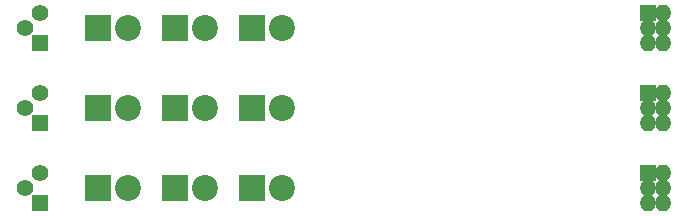
<source format=gbs>
G04 #@! TF.GenerationSoftware,KiCad,Pcbnew,(5.0.0)*
G04 #@! TF.CreationDate,2019-02-03T17:17:29-08:00*
G04 #@! TF.ProjectId,mlab100_LEDPCB_1.5,6D6C61623130305F4C45445043425F31,rev?*
G04 #@! TF.SameCoordinates,Original*
G04 #@! TF.FileFunction,Soldermask,Bot*
G04 #@! TF.FilePolarity,Negative*
%FSLAX46Y46*%
G04 Gerber Fmt 4.6, Leading zero omitted, Abs format (unit mm)*
G04 Created by KiCad (PCBNEW (5.0.0)) date 02/03/19 17:17:29*
%MOMM*%
%LPD*%
G01*
G04 APERTURE LIST*
%ADD10R,2.200000X2.200000*%
%ADD11C,2.200000*%
%ADD12O,1.400000X1.400000*%
%ADD13R,1.400000X1.400000*%
%ADD14C,1.400000*%
G04 APERTURE END LIST*
D10*
G04 #@! TO.C,D4*
X20800000Y-16380000D03*
D11*
X23340000Y-16380000D03*
G04 #@! TD*
D10*
G04 #@! TO.C,D1*
X7800000Y-16380000D03*
D11*
X10340000Y-16380000D03*
G04 #@! TD*
G04 #@! TO.C,D5*
X10340000Y-9630000D03*
D10*
X7800000Y-9630000D03*
G04 #@! TD*
D11*
G04 #@! TO.C,D2*
X16850000Y-16380000D03*
D10*
X14310000Y-16380000D03*
G04 #@! TD*
D11*
G04 #@! TO.C,D8*
X16850000Y-9630000D03*
D10*
X14310000Y-9630000D03*
G04 #@! TD*
G04 #@! TO.C,D9*
X20800000Y-9630000D03*
D11*
X23340000Y-9630000D03*
G04 #@! TD*
G04 #@! TO.C,D10*
X10340000Y-2890000D03*
D10*
X7800000Y-2890000D03*
G04 #@! TD*
G04 #@! TO.C,D11*
X14300000Y-2890000D03*
D11*
X16840000Y-2890000D03*
G04 #@! TD*
D10*
G04 #@! TO.C,D12*
X20800000Y-2890000D03*
D11*
X23340000Y-2890000D03*
G04 #@! TD*
D12*
G04 #@! TO.C,J14*
X55580000Y-17650000D03*
X54310000Y-17650000D03*
X55580000Y-16380000D03*
X54310000Y-16380000D03*
X55580000Y-15110000D03*
D13*
X54310000Y-15110000D03*
G04 #@! TD*
G04 #@! TO.C,J15*
X54310000Y-8360000D03*
D12*
X55580000Y-8360000D03*
X54310000Y-9630000D03*
X55580000Y-9630000D03*
X54310000Y-10900000D03*
X55580000Y-10900000D03*
G04 #@! TD*
G04 #@! TO.C,J16*
X55580000Y-4160000D03*
X54310000Y-4160000D03*
X55580000Y-2890000D03*
X54310000Y-2890000D03*
X55580000Y-1620000D03*
D13*
X54310000Y-1620000D03*
G04 #@! TD*
G04 #@! TO.C,U4*
X2820000Y-17650000D03*
D14*
X2820000Y-15110000D03*
X1550000Y-16380000D03*
G04 #@! TD*
G04 #@! TO.C,U5*
X1550000Y-9630000D03*
X2820000Y-8360000D03*
D13*
X2820000Y-10900000D03*
G04 #@! TD*
G04 #@! TO.C,U6*
X2820000Y-4160000D03*
D14*
X2820000Y-1620000D03*
X1550000Y-2890000D03*
G04 #@! TD*
M02*

</source>
